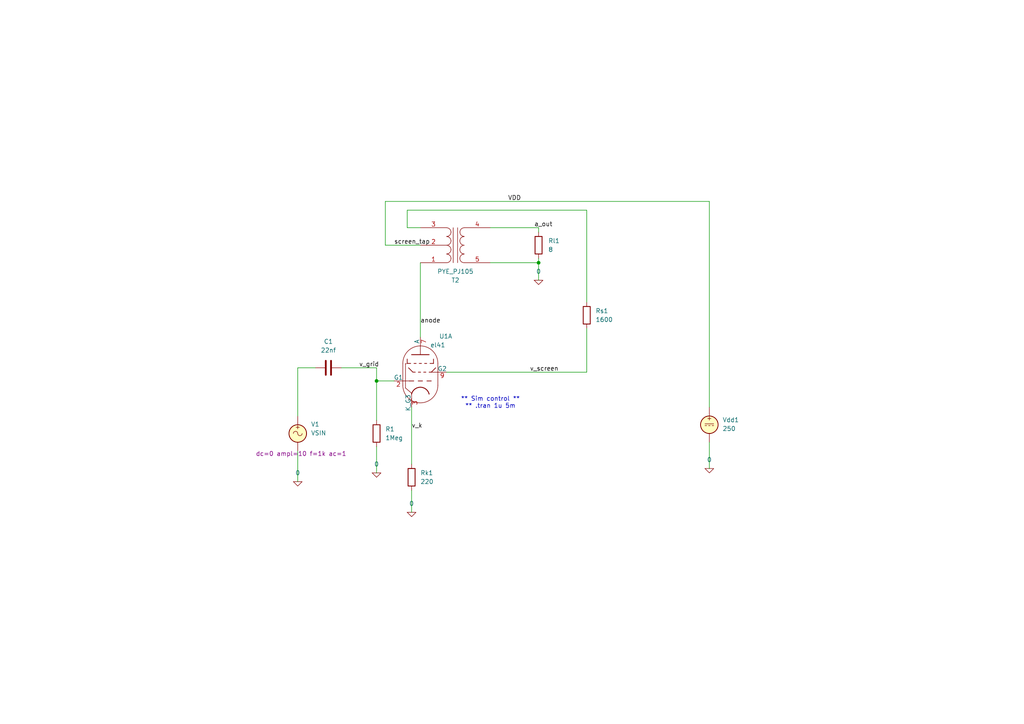
<source format=kicad_sch>
(kicad_sch (version 20231120) (generator "eeschema") (generator_version "8.0")
  (paper "A4")
  (lib_symbols
    (symbol "Device:C" (pin_numbers hide) (pin_names (offset 0.254))
      (property "Reference" "C" (at 0.635 2.54 0))
      (property "Value" "C" (at 0.635 -2.54 0))
      (symbol "C_0_1"
        (polyline (pts (xy -2.032 -0.762) (xy 2.032 -0.762)) (stroke (width 0.508)))
        (polyline (pts (xy -2.032 0.762) (xy 2.032 0.762)) (stroke (width 0.508)))
      )
      (symbol "C_1_1"
        (pin passive line (at 0 3.81 270) (length 2.794) (name "~") (number "1"))
        (pin passive line (at 0 -3.81 90) (length 2.794) (name "~") (number "2"))
      )
    )
    (symbol "Device:R" (pin_numbers hide) (pin_names (offset 0))
      (property "Reference" "R" (at 2.032 0 90))
      (property "Value" "R" (at 0 0 90))
      (symbol "R_0_1"
        (rectangle (start -1.016 -2.54) (end 1.016 2.54) (stroke (width 0.254)))
      )
      (symbol "R_1_1"
        (pin passive line (at 0 3.81 270) (length 1.27) (name "~") (number "1"))
        (pin passive line (at 0 -3.81 90) (length 1.27) (name "~") (number "2"))
      )
    )
    (symbol "Device:Transformer_SP_1S" (pin_names (offset 1.016) hide)
      (property "Reference" "T" (at 0 6.35 0))
      (property "Value" "Transformer_SP_1S" (at 0 -7.62 0))
      (symbol "Transformer_SP_1S_0_1"
        (arc (start -2.54 -5.0546) (mid -1.6599 -4.6901) (end -1.27 -3.81))
        (arc (start -2.54 -2.5146) (mid -1.6599 -2.1501) (end -1.27 -1.27))
        (arc (start -2.54 0.0254) (mid -1.6599 0.3899) (end -1.27 1.27))
        (arc (start -2.54 2.5654) (mid -1.6599 2.9299) (end -1.27 3.81))
        (arc (start -1.27 -3.81) (mid -1.642 -2.912) (end -2.54 -2.54))
        (arc (start -1.27 -1.27) (mid -1.642 -0.372) (end -2.54 0))
        (arc (start -1.27 1.27) (mid -1.642 2.168) (end -2.54 2.54))
        (arc (start -1.27 3.81) (mid -1.642 4.708) (end -2.54 5.08))
        (polyline (pts (xy -0.635 5.08) (xy -0.635 -5.08)))
        (polyline (pts (xy 0.635 -5.08) (xy 0.635 5.08)))
        (arc (start 1.2954 -1.27) (mid 1.6599 -2.1501) (end 2.54 -2.5146))
        (arc (start 1.2954 1.27) (mid 1.6599 0.3899) (end 2.54 0.0254))
        (arc (start 1.2954 3.81) (mid 1.6599 2.9299) (end 2.54 2.5654))
        (arc (start 1.3208 -3.81) (mid 1.6853 -4.6901) (end 2.5654 -5.0546))
        (arc (start 2.54 0) (mid 1.642 -0.372) (end 1.2954 -1.27))
        (arc (start 2.54 2.54) (mid 1.642 2.168) (end 1.2954 1.27))
        (arc (start 2.54 5.08) (mid 1.642 4.708) (end 1.2954 3.81))
        (arc (start 2.5654 -2.54) (mid 1.6674 -2.912) (end 1.3208 -3.81))
      )
      (symbol "Transformer_SP_1S_1_1"
        (pin passive line (at -10.16 5.08 0) (length 7.62) (name "PR1") (number "1"))
        (pin passive line (at -10.16 0 0) (length 7.62) (name "PM") (number "2"))
        (pin passive line (at -10.16 -5.08 0) (length 7.62) (name "PR2") (number "3"))
        (pin passive line (at 10.16 -5.08 180) (length 7.62) (name "S1") (number "4"))
        (pin passive line (at 10.16 5.08 180) (length 7.62) (name "S2") (number "5"))
      )
    )
    (symbol "Simulation_SPICE:0" (power) (pin_numbers hide) (pin_names (offset 0) hide)
      (property "Value" "0" (at 0 -2.54 0))
      (symbol "0_0_1"
        (polyline (pts (xy -1.27 0) (xy 0 -1.27) (xy 1.27 0) (xy -1.27 0)))
      )
      (symbol "0_1_1"
        (pin power_in line (at 0 0 0) (length 0) (name "~") (number "1"))
      )
    )
    (symbol "Simulation_SPICE:VDC" (pin_numbers hide) (pin_names (offset 0.0254))
      (property "Reference" "V" (at 2.54 2.54 0))
      (property "Value" "1" (at 2.54 0 0))
      (symbol "VDC_0_0"
        (polyline (pts (xy -1.27 0.254) (xy 1.27 0.254)))
        (polyline (pts (xy -0.762 -0.254) (xy -1.27 -0.254)))
        (polyline (pts (xy 0.254 -0.254) (xy -0.254 -0.254)))
        (polyline (pts (xy 1.27 -0.254) (xy 0.762 -0.254)))
        (text "+" (at 0 1.905 0) (effects (font (size 1.27 1.27))))
      )
      (symbol "VDC_0_1"
        (circle (center 0 0) (radius 2.54) (stroke (width 0.254)) (fill (type background)))
      )
      (symbol "VDC_1_1"
        (pin passive line (at 0 5.08 270) (length 2.54) (name "~") (number "1"))
        (pin passive line (at 0 -5.08 90) (length 2.54) (name "~") (number "2"))
      )
    )
    (symbol "Simulation_SPICE:VSIN" (pin_numbers hide) (pin_names (offset 0.0254))
      (property "Reference" "V" (at 2.54 2.54 0))
      (property "Value" "VSIN" (at 2.54 0 0))
      (property "Sim.Params" "dc=0 ampl=1 f=1k ac=1" (at 2.54 -2.54 0))
      (symbol "VSIN_0_0"
        (arc (start 0 0) (mid -0.635 0.6323) (end -1.27 0))
        (arc (start 0 0) (mid 0.635 -0.6323) (end 1.27 0))
        (text "+" (at 0 1.905 0) (effects (font (size 1.27 1.27))))
      )
      (symbol "VSIN_0_1"
        (circle (center 0 0) (radius 2.54) (stroke (width 0.254)) (fill (type background)))
      )
      (symbol "VSIN_1_1"
        (pin passive line (at 0 5.08 270) (length 2.54) (name "~") (number "1"))
        (pin passive line (at 0 -5.08 90) (length 2.54) (name "~") (number "2"))
      )
    )
    (symbol "Valve:EL84" (pin_names (offset 0))
      (property "Reference" "U" (at 2.54 10.16 0))
      (property "Value" "EL84" (at 7.62 -7.62 0))
      (symbol "EL84_0_1"
        (arc (start -5.08 -2.54) (mid 0 -7.5979) (end 5.08 -2.54))
        (polyline (pts (xy -5.08 3.81) (xy -5.08 -2.54) (xy -5.08 -2.54)))
        (polyline (pts (xy 5.08 -2.54) (xy 5.08 3.81) (xy 5.08 3.81)))
        (arc (start 5.08 3.81) (mid 0 8.8679) (end -5.08 3.81))
      )
      (symbol "EL84_1_0"
        (polyline (pts (xy -2.54 -5.08) (xy -2.54 -7.62)))
      )
      (symbol "EL84_1_1"
        (polyline (pts (xy -5.08 -1.27) (xy -3.175 -1.27)))
        (polyline (pts (xy -4.318 -3.302) (xy -4.318 3.7338)))
        (polyline (pts (xy -4.318 -3.302) (xy -2.54 -4.826)))
        (polyline (pts (xy -4.064 3.7338) (xy -4.318 3.7338)))
        (polyline (pts (xy -3.81 3.81) (xy -2.794 3.81)) (stroke (width 0.2032)))
        (polyline (pts (xy -3.81 5.08) (xy -3.81 3.81)) (stroke (width 0.2032)))
        (polyline (pts (xy -3.429 2.54) (xy -2.159 1.27)) (stroke (width 0.2032)))
        (polyline (pts (xy -2.159 1.27) (xy -1.4732 1.27)) (stroke (width 0.2032)))
        (polyline (pts (xy -1.905 -1.27) (xy -3.175 -1.27)) (stroke (width 0.2032)))
        (polyline (pts (xy -1.8542 3.81) (xy -1.2192 3.81)) (stroke (width 0.2032)))
        (polyline (pts (xy -0.635 -1.27) (xy 0.635 -1.27)) (stroke (width 0.2032)))
        (polyline (pts (xy -0.5842 1.27) (xy 0.0762 1.27)) (stroke (width 0.2032)))
        (polyline (pts (xy -0.3302 3.81) (xy 0.3302 3.81)) (stroke (width 0.2032)))
        (polyline (pts (xy 0 6.35) (xy 0 8.89)))
        (polyline (pts (xy 0.9652 1.27) (xy 1.6002 1.27)) (stroke (width 0.2032)))
        (polyline (pts (xy 1.2192 3.81) (xy 1.8542 3.81)) (stroke (width 0.2032)))
        (polyline (pts (xy 1.905 -1.27) (xy 3.175 -1.27)) (stroke (width 0.2032)))
        (polyline (pts (xy 2.54 1.27) (xy 3.175 1.27)) (stroke (width 0.2032)))
        (polyline (pts (xy 3.175 1.27) (xy 5.08 1.27)))
        (polyline (pts (xy 3.81 3.81) (xy 2.794 3.81)) (stroke (width 0.2032)))
        (polyline (pts (xy 3.81 5.08) (xy 3.81 3.81)) (stroke (width 0.2032)))
        (polyline (pts (xy 4.445 2.54) (xy 3.175 1.27)) (stroke (width 0.2032)))
        (polyline (pts (xy -2.54 6.35) (xy 2.54 6.35) (xy 2.54 6.35)) (stroke (width 0.254)))
        (arc (start 2.54 -5.08) (mid 0 -3.0968) (end -2.54 -5.08) (stroke (width 0.254)))
        (pin input line (at -7.62 -1.27 0) (length 2.54) (name "G1") (number "2"))
        (pin bidirectional line (at -2.54 -8.89 90) (length 2.54) (name "K_G3") (number "3"))
        (pin output line (at 0 11.43 270) (length 2.54) (name "A") (number "7"))
        (pin input line (at 7.62 1.27 180) (length 2.54) (name "G2") (number "9"))
      )
      (symbol "EL84_2_1"
        (polyline (pts (xy -2.54 -5.08) (xy -2.54 -6.35) (xy -2.54 -6.35)))
        (polyline (pts (xy 2.54 -6.35) (xy 2.54 -5.08) (xy 2.54 -5.08)))
        (arc (start 2.54 -5.08) (mid 0 -4.0279) (end -2.54 -5.08))
        (pin power_in line (at -2.54 -10.16 90) (length 3.81) (name "F1") (number "4"))
        (pin power_in line (at 2.54 -10.16 90) (length 3.81) (name "F2") (number "5"))
      )
    )
  )
  (junction (at 156.21 76.2))
  (junction (at 109.22 110.49))
  (wire (pts (xy 118.11 60.96) (xy 118.11 66.04)))
  (wire (pts (xy 156.21 76.2) (xy 142.24 76.2)))
  (wire (pts (xy 119.38 118.11) (xy 119.38 134.62)))
  (wire (pts (xy 205.74 128.27) (xy 205.74 135.89)))
  (wire (pts (xy 109.22 110.49) (xy 109.22 121.92)))
  (wire (pts (xy 86.36 139.7) (xy 86.36 130.81)))
  (wire (pts (xy 129.54 107.95) (xy 170.18 107.95)))
  (wire (pts (xy 99.06 106.68) (xy 109.22 106.68)))
  (wire (pts (xy 86.36 106.68) (xy 91.44 106.68)))
  (wire (pts (xy 121.92 76.2) (xy 121.92 97.79)))
  (wire (pts (xy 118.11 60.96) (xy 170.18 60.96)))
  (wire (pts (xy 170.18 60.96) (xy 170.18 87.63)))
  (wire (pts (xy 86.36 120.65) (xy 86.36 106.68)))
  (wire (pts (xy 111.76 58.42) (xy 205.74 58.42)))
  (wire (pts (xy 109.22 106.68) (xy 109.22 110.49)))
  (wire (pts (xy 121.92 71.12) (xy 111.76 71.12)))
  (wire (pts (xy 205.74 58.42) (xy 205.74 118.11)))
  (wire (pts (xy 170.18 95.25) (xy 170.18 107.95)))
  (wire (pts (xy 121.92 66.04) (xy 118.11 66.04)))
  (wire (pts (xy 119.38 142.24) (xy 119.38 148.59)))
  (wire (pts (xy 156.21 74.93) (xy 156.21 76.2)))
  (wire (pts (xy 111.76 58.42) (xy 111.76 71.12)))
  (wire (pts (xy 156.21 67.31) (xy 156.21 66.04)))
  (wire (pts (xy 156.21 66.04) (xy 142.24 66.04)))
  (wire (pts (xy 109.22 129.54) (xy 109.22 137.16)))
  (wire (pts (xy 156.21 76.2) (xy 156.21 81.28)))
  (wire (pts (xy 109.22 110.49) (xy 114.3 110.49)))
  (text "** Sim control **\n** .tran 1u 5m" (at 142.24 116.84 0) (effects (font (size 1.27 1.27))))
  (label "screen_tap" (at 114.3 71.12 0))
  (label "VDD" (at 147.32 58.42 0))
  (label "v_grid" (at 104.14 106.68 0))
  (label "v_screen" (at 153.67 107.95 0))
  (label "v_k" (at 119.38 124.46 0))
  (label "anode" (at 121.92 93.98 0))
  (label "a_out" (at 154.94 66.04 0))
  (symbol (lib_id "Simulation_SPICE:0") (at 119.38 148.59 0) (unit 1)
    (property "Reference" "#GND05" (effects (hide yes)))
    (property "Value" "0" (at 119.38 146.05 0))
    (property "Datasheet" "https://ngspice.sourceforge.io/docs/ngspice-html-manual/manual.xhtml#subsec_Circuit_elements__device" (effects (hide yes)))
    (property "Description" "0V reference potential for simulation" (effects (hide yes)))
  )
  (symbol (lib_id "Device:R") (at 119.38 138.43 0) (unit 1)
    (property "Reference" "Rk1" (at 121.92 137.1599 0) (effects (justify left)))
    (property "Value" "220" (at 121.92 139.6999 0) (effects (justify left)))
    (property "Description" "Resistor" (effects (hide yes)))
  )
  (symbol (lib_id "Simulation_SPICE:0") (at 109.22 137.16 0) (unit 1)
    (property "Reference" "#GND06" (effects (hide yes)))
    (property "Value" "0" (at 109.22 134.62 0))
    (property "Datasheet" "https://ngspice.sourceforge.io/docs/ngspice-html-manual/manual.xhtml#subsec_Circuit_elements__device" (effects (hide yes)))
    (property "Description" "0V reference potential for simulation" (effects (hide yes)))
  )
  (symbol (lib_id "Device:C") (at 95.25 106.68 90) (unit 1)
    (property "Reference" "C1" (at 95.25 99.06 90))
    (property "Value" "22nf" (at 95.25 101.6 90))
    (property "Description" "Unpolarized capacitor" (effects (hide yes)))
  )
  (symbol (lib_id "Simulation_SPICE:0") (at 86.36 139.7 0) (unit 1)
    (property "Reference" "#GND01" (effects (hide yes)))
    (property "Value" "0" (at 86.36 137.16 0))
    (property "Datasheet" "https://ngspice.sourceforge.io/docs/ngspice-html-manual/manual.xhtml#subsec_Circuit_elements__device" (effects (hide yes)))
    (property "Description" "0V reference potential for simulation" (effects (hide yes)))
  )
  (symbol (lib_id "Device:R") (at 170.18 91.44 0) (unit 1)
    (property "Reference" "Rs1" (at 172.72 90.1699 0) (effects (justify left)))
    (property "Value" "1600" (at 172.72 92.7099 0) (effects (justify left)))
    (property "Description" "Resistor" (effects (hide yes)))
  )
  (symbol (lib_id "Simulation_SPICE:VSIN") (at 86.36 125.73 0) (unit 1)
    (property "Reference" "V1" (at 90.17 123.0601 0) (effects (justify left)))
    (property "Value" "VSIN" (at 90.17 125.6001 0) (effects (justify left)))
    (property "Datasheet" "https://ngspice.sourceforge.io/docs/ngspice-html-manual/manual.xhtml#sec_Independent_Sources_for" (effects (hide yes)))
    (property "Description" "Voltage source, sinusoidal" (effects (hide yes)))
    (property "Sim.Pins" "1=+ 2=-" (effects (hide yes)))
    (property "Sim.Params" "dc=0 ampl=10 f=1k ac=1" (at 74.168 131.572 0) (effects (justify left)))
    (property "Sim.Type" "SIN" (effects (hide yes)))
    (property "Sim.Device" "V" (effects (hide yes)))
  )
  (symbol (lib_id "Simulation_SPICE:0") (at 205.74 135.89 0) (unit 1)
    (property "Reference" "#GND04" (effects (hide yes)))
    (property "Value" "0" (at 205.74 133.35 0))
    (property "Datasheet" "https://ngspice.sourceforge.io/docs/ngspice-html-manual/manual.xhtml#subsec_Circuit_elements__device" (effects (hide yes)))
    (property "Description" "0V reference potential for simulation" (effects (hide yes)))
  )
  (symbol (lib_id "Device:Transformer_SP_1S") (at 132.08 71.12 0) (mirror x) (unit 1)
    (property "Reference" "T2" (at 132.0927 81.28 0))
    (property "Value" "PYE_PJ105" (at 132.0927 78.74 0))
    (property "Description" "Transformer, split primary, single secondary" (effects (hide yes)))
    (property "Sim.Library" "/home/ken/projects/kicad/valve_sim1/Output_Transformers.lib" (effects (hide yes)))
    (property "Sim.Name" "PYE_PJ105" (effects (hide yes)))
    (property "Sim.Device" "SUBCKT" (effects (hide yes)))
    (property "Sim.Pins" "1=P 2=Sg 3=B 4=Sp1 5=Sp2" (effects (hide yes)))
  )
  (symbol (lib_id "Valve:EL84") (at 121.92 109.22 0) (unit 1)
    (property "Reference" "U1" (at 129.286 97.536 0))
    (property "Value" "el41" (at 127 100.076 0))
    (property "Footprint" "Valve:Valve_Noval_P" (effects (hide yes)))
    (property "Description" "pentode, 9W" (effects (hide yes)))
    (property "Sim.Library" "/home/ken/projects/kicad/valve_sim1/tetrodes_pentodes.lib" (effects (hide yes)))
    (property "Sim.Name" "EL41" (effects (hide yes)))
    (property "Sim.Device" "SUBCKT" (effects (hide yes)))
    (property "Sim.Pins" "2=G 3=K 7=P 9=G2" (effects (hide yes)))
  )
  (symbol (lib_id "Simulation_SPICE:0") (at 156.21 81.28 0) (unit 1)
    (property "Reference" "#GND02" (effects (hide yes)))
    (property "Value" "0" (at 156.21 78.74 0))
    (property "Datasheet" "https://ngspice.sourceforge.io/docs/ngspice-html-manual/manual.xhtml#subsec_Circuit_elements__device" (effects (hide yes)))
    (property "Description" "0V reference potential for simulation" (effects (hide yes)))
  )
  (symbol (lib_id "Device:R") (at 156.21 71.12 0) (unit 1)
    (property "Reference" "Rl1" (at 159.004 69.85 0) (effects (justify left)))
    (property "Value" "8" (at 159.004 72.39 0) (effects (justify left)))
    (property "Description" "Resistor" (effects (hide yes)))
  )
  (symbol (lib_id "Simulation_SPICE:VDC") (at 205.74 123.19 0) (unit 1)
    (property "Reference" "Vdd1" (at 209.55 121.7901 0) (effects (justify left)))
    (property "Value" "250" (at 209.55 124.3301 0) (effects (justify left)))
    (property "Datasheet" "https://ngspice.sourceforge.io/docs/ngspice-html-manual/manual.xhtml#sec_Independent_Sources_for" (effects (hide yes)))
    (property "Description" "Voltage source, DC" (effects (hide yes)))
    (property "Sim.Pins" "1=+ 2=-" (effects (hide yes)))
    (property "Sim.Type" "DC" (effects (hide yes)))
    (property "Sim.Device" "V" (effects (hide yes)))
  )
  (symbol (lib_id "Device:R") (at 109.22 125.73 0) (unit 1)
    (property "Reference" "R1" (at 111.76 124.4599 0) (effects (justify left)))
    (property "Value" "1Meg" (at 111.76 126.9999 0) (effects (justify left)))
    (property "Description" "Resistor" (effects (hide yes)))
  )
)
</source>
